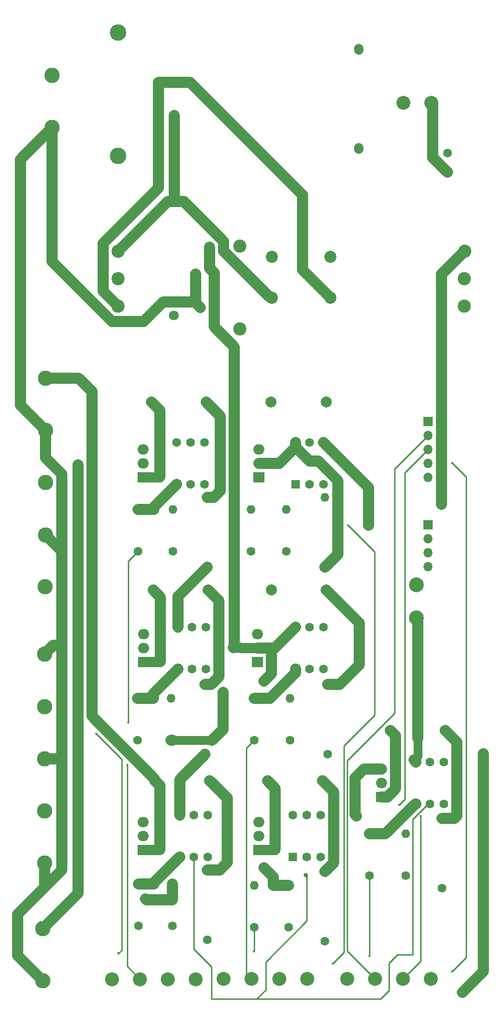
<source format=gbr>
%TF.GenerationSoftware,KiCad,Pcbnew,9.0.1*%
%TF.CreationDate,2025-08-26T09:45:24+03:00*%
%TF.ProjectId,smart meter,736d6172-7420-46d6-9574-65722e6b6963,rev?*%
%TF.SameCoordinates,Original*%
%TF.FileFunction,Copper,L1,Top*%
%TF.FilePolarity,Positive*%
%FSLAX46Y46*%
G04 Gerber Fmt 4.6, Leading zero omitted, Abs format (unit mm)*
G04 Created by KiCad (PCBNEW 9.0.1) date 2025-08-26 09:45:24*
%MOMM*%
%LPD*%
G01*
G04 APERTURE LIST*
G04 Aperture macros list*
%AMRoundRect*
0 Rectangle with rounded corners*
0 $1 Rounding radius*
0 $2 $3 $4 $5 $6 $7 $8 $9 X,Y pos of 4 corners*
0 Add a 4 corners polygon primitive as box body*
4,1,4,$2,$3,$4,$5,$6,$7,$8,$9,$2,$3,0*
0 Add four circle primitives for the rounded corners*
1,1,$1+$1,$2,$3*
1,1,$1+$1,$4,$5*
1,1,$1+$1,$6,$7*
1,1,$1+$1,$8,$9*
0 Add four rect primitives between the rounded corners*
20,1,$1+$1,$2,$3,$4,$5,0*
20,1,$1+$1,$4,$5,$6,$7,0*
20,1,$1+$1,$6,$7,$8,$9,0*
20,1,$1+$1,$8,$9,$2,$3,0*%
G04 Aperture macros list end*
%TA.AperFunction,ComponentPad*%
%ADD10C,1.600000*%
%TD*%
%TA.AperFunction,ComponentPad*%
%ADD11O,1.600000X1.600000*%
%TD*%
%TA.AperFunction,ComponentPad*%
%ADD12C,1.800000*%
%TD*%
%TA.AperFunction,ComponentPad*%
%ADD13C,2.000000*%
%TD*%
%TA.AperFunction,ComponentPad*%
%ADD14R,1.700000X2.000000*%
%TD*%
%TA.AperFunction,ComponentPad*%
%ADD15O,1.700000X2.000000*%
%TD*%
%TA.AperFunction,ComponentPad*%
%ADD16RoundRect,0.250000X0.550000X-0.550000X0.550000X0.550000X-0.550000X0.550000X-0.550000X-0.550000X0*%
%TD*%
%TA.AperFunction,ComponentPad*%
%ADD17C,2.400000*%
%TD*%
%TA.AperFunction,ComponentPad*%
%ADD18C,2.800000*%
%TD*%
%TA.AperFunction,ComponentPad*%
%ADD19R,2.000000X1.905000*%
%TD*%
%TA.AperFunction,ComponentPad*%
%ADD20O,2.000000X1.905000*%
%TD*%
%TA.AperFunction,ComponentPad*%
%ADD21C,3.000000*%
%TD*%
%TA.AperFunction,ComponentPad*%
%ADD22C,2.540000*%
%TD*%
%TA.AperFunction,ComponentPad*%
%ADD23C,2.200000*%
%TD*%
%TA.AperFunction,ComponentPad*%
%ADD24R,1.700000X1.700000*%
%TD*%
%TA.AperFunction,ComponentPad*%
%ADD25C,2.700000*%
%TD*%
%TA.AperFunction,ComponentPad*%
%ADD26O,1.700000X1.700000*%
%TD*%
%TA.AperFunction,ViaPad*%
%ADD27C,1.270000*%
%TD*%
%TA.AperFunction,ViaPad*%
%ADD28C,0.800000*%
%TD*%
%TA.AperFunction,ViaPad*%
%ADD29C,0.381000*%
%TD*%
%TA.AperFunction,ViaPad*%
%ADD30C,0.508000*%
%TD*%
%TA.AperFunction,Conductor*%
%ADD31C,2.032000*%
%TD*%
%TA.AperFunction,Conductor*%
%ADD32C,0.254000*%
%TD*%
%TA.AperFunction,Conductor*%
%ADD33C,1.904800*%
%TD*%
%TA.AperFunction,Conductor*%
%ADD34C,1.599800*%
%TD*%
G04 APERTURE END LIST*
D10*
%TO.P,R21,1*%
%TO.N,/Meter_out*%
X209804000Y-157226000D03*
D11*
%TO.P,R21,2*%
%TO.N,Net-(C9-Pad1)*%
X209804000Y-144526000D03*
%TD*%
D10*
%TO.P,R18,1*%
%TO.N,/L*%
X210312000Y-191262000D03*
D11*
%TO.P,R18,2*%
%TO.N,Net-(C8-Pad1)*%
X210312000Y-178562000D03*
%TD*%
D10*
%TO.P,R15,1*%
%TO.N,/Meter_out*%
X231140000Y-215646000D03*
D11*
%TO.P,R15,2*%
%TO.N,Net-(C7-Pad1)*%
X231140000Y-202946000D03*
%TD*%
D10*
%TO.P,R12,1*%
%TO.N,/Meter_out*%
X209804000Y-225298000D03*
D11*
%TO.P,R12,2*%
%TO.N,Net-(C6-Pad1)*%
X209804000Y-212598000D03*
%TD*%
D10*
%TO.P,R9,1*%
%TO.N,/Meter_out*%
X188356900Y-157226000D03*
D11*
%TO.P,R9,2*%
%TO.N,Net-(C5-Pad1)*%
X188356900Y-144526000D03*
%TD*%
D10*
%TO.P,R6,1*%
%TO.N,/Meter_out*%
X187960000Y-191262000D03*
D11*
%TO.P,R6,2*%
%TO.N,Net-(C4-Pad1)*%
X187960000Y-178562000D03*
%TD*%
D10*
%TO.P,R3,1*%
%TO.N,/Meter_out*%
X188369600Y-225044000D03*
D11*
%TO.P,R3,2*%
%TO.N,Net-(C3-Pad1)*%
X188369600Y-212344000D03*
%TD*%
D12*
%TO.P,RV1,1*%
%TO.N,Net-(C1-Pad1)*%
X182245000Y-111379000D03*
%TO.P,RV1,2*%
%TO.N,/N*%
X186245000Y-103879000D03*
%TD*%
D13*
%TO.P,C8,1*%
%TO.N,Net-(C8-Pad1)*%
X210049800Y-161376600D03*
%TO.P,C8,2*%
%TO.N,/L(M.N)*%
X200049800Y-161376600D03*
%TD*%
D14*
%TO.P,PS1,1,AC/L*%
%TO.N,Net-(PS1-AC{slash}L)*%
X182322700Y-68970300D03*
D15*
%TO.P,PS1,2,AC/N*%
%TO.N,Net-(PS1-AC{slash}N)*%
X182322700Y-74970300D03*
%TO.P,PS1,3,-Vout*%
%TO.N,/GND*%
X215922700Y-62970300D03*
%TO.P,PS1,4,+Vout*%
%TO.N,/12V*%
X215922700Y-80970300D03*
%TD*%
D16*
%TO.P,U7,1*%
%TO.N,Net-(R16-Pad2)*%
X204444000Y-175727600D03*
D10*
%TO.P,U7,2*%
%TO.N,/GND*%
X206984000Y-175727600D03*
%TO.P,U7,3,NC*%
%TO.N,unconnected-(U7-NC-Pad3)*%
X209524000Y-175727600D03*
%TO.P,U7,4*%
%TO.N,Net-(R17-Pad1)*%
X209524000Y-168107600D03*
%TO.P,U7,5,NC*%
%TO.N,unconnected-(U7-NC-Pad5)*%
X206984000Y-168107600D03*
%TO.P,U7,6*%
%TO.N,/L*%
X204444000Y-168107600D03*
%TD*%
D13*
%TO.P,C6,1*%
%TO.N,Net-(C6-Pad1)*%
X209308100Y-196022200D03*
%TO.P,C6,2*%
%TO.N,/L4*%
X199308100Y-196022200D03*
%TD*%
D10*
%TO.P,R4,1*%
%TO.N,/O2*%
X175685900Y-188722000D03*
D11*
%TO.P,R4,2*%
%TO.N,Net-(R4-Pad2)*%
X175685900Y-181102000D03*
%TD*%
D10*
%TO.P,R16,1*%
%TO.N,/O6*%
X196900200Y-188722000D03*
D11*
%TO.P,R16,2*%
%TO.N,Net-(R16-Pad2)*%
X196900200Y-181102000D03*
%TD*%
D17*
%TO.P,C1,1*%
%TO.N,Net-(C1-Pad1)*%
X194310000Y-98799000D03*
%TO.P,C1,2*%
%TO.N,/N*%
X194310000Y-113799000D03*
%TD*%
D18*
%TO.P,J4,1,Pin_1*%
%TO.N,/Lpv*%
X158394400Y-222961200D03*
%TO.P,J4,2,Pin_2*%
%TO.N,/N*%
X158394400Y-232481200D03*
%TD*%
D10*
%TO.P,R10,1*%
%TO.N,/O4*%
X196926200Y-222758000D03*
D11*
%TO.P,R10,2*%
%TO.N,Net-(R10-Pad2)*%
X196926200Y-215138000D03*
%TD*%
D19*
%TO.P,Q2,1,A1*%
%TO.N,/L2*%
X176754900Y-174462600D03*
D20*
%TO.P,Q2,2,A2*%
%TO.N,/Meter_out*%
X176754900Y-171922600D03*
%TO.P,Q2,3,G*%
%TO.N,Net-(Q2-G)*%
X176754900Y-169382600D03*
%TD*%
D17*
%TO.P,U9,1,N*%
%TO.N,/N*%
X235214000Y-99688000D03*
%TO.P,U9,2,E*%
%TO.N,unconnected-(U9-E-Pad2)*%
X235204000Y-104678000D03*
%TO.P,U9,3,L*%
%TO.N,Net-(C1-Pad1)*%
X235204000Y-109728000D03*
%TO.P,U9,4,N*%
%TO.N,Net-(PS1-AC{slash}N)*%
X172114000Y-99688000D03*
%TO.P,U9,5,E*%
%TO.N,unconnected-(U9-E-Pad5)*%
X172104000Y-104678000D03*
%TO.P,U9,6,L*%
%TO.N,Net-(PS1-AC{slash}L)*%
X172104000Y-109728000D03*
%TD*%
D21*
%TO.P,F1,1*%
%TO.N,/L*%
X172110400Y-59870000D03*
%TO.P,F1,2*%
%TO.N,Net-(C1-Pad1)*%
X172110400Y-82370000D03*
%TD*%
D16*
%TO.P,U6,1*%
%TO.N,Net-(R13-Pad2)*%
X226391100Y-200253000D03*
D10*
%TO.P,U6,2*%
%TO.N,/GND*%
X228931100Y-200253000D03*
%TO.P,U6,3,NC*%
%TO.N,unconnected-(U6-NC-Pad3)*%
X231471100Y-200253000D03*
%TO.P,U6,4*%
%TO.N,Net-(R14-Pad1)*%
X231471100Y-192633000D03*
%TO.P,U6,5,NC*%
%TO.N,unconnected-(U6-NC-Pad5)*%
X228931100Y-192633000D03*
%TO.P,U6,6*%
%TO.N,/Meter_out*%
X226391100Y-192633000D03*
%TD*%
D19*
%TO.P,Q5,1,A1*%
%TO.N,/L5*%
X220091900Y-198988000D03*
D20*
%TO.P,Q5,2,A2*%
%TO.N,/Meter_out*%
X220091900Y-196448000D03*
%TO.P,Q5,3,G*%
%TO.N,Net-(Q5-G)*%
X220091900Y-193908000D03*
%TD*%
D22*
%TO.P,J1,1,Pin_1*%
%TO.N,/GND*%
X213868000Y-232156000D03*
%TO.P,J1,2,Pin_2*%
%TO.N,/VCC*%
X218948000Y-232156000D03*
%TO.P,J1,3,Pin_3*%
%TO.N,/RX*%
X224028000Y-232156000D03*
%TO.P,J1,4,Pin_4*%
%TO.N,/TX*%
X229108000Y-232156000D03*
%TD*%
D16*
%TO.P,U8,1*%
%TO.N,Net-(R19-Pad2)*%
X204425900Y-142123400D03*
D10*
%TO.P,U8,2*%
%TO.N,/GND*%
X206965900Y-142123400D03*
%TO.P,U8,3,NC*%
%TO.N,unconnected-(U8-NC-Pad3)*%
X209505900Y-142123400D03*
%TO.P,U8,4*%
%TO.N,Net-(R20-Pad1)*%
X209505900Y-134503400D03*
%TO.P,U8,5,NC*%
%TO.N,unconnected-(U8-NC-Pad5)*%
X206965900Y-134503400D03*
%TO.P,U8,6*%
%TO.N,/Meter_out*%
X204425900Y-134503400D03*
%TD*%
D13*
%TO.P,C7,1*%
%TO.N,Net-(C7-Pad1)*%
X231717500Y-186923000D03*
%TO.P,C7,2*%
%TO.N,/L5*%
X221717500Y-186923000D03*
%TD*%
D10*
%TO.P,C2,1*%
%TO.N,/12V*%
X232105200Y-85344000D03*
%TO.P,C2,2*%
%TO.N,/GND*%
X232105200Y-81844000D03*
%TD*%
D16*
%TO.P,U4,1*%
%TO.N,Net-(R7-Pad2)*%
X182718100Y-142123400D03*
D10*
%TO.P,U4,2*%
%TO.N,/GND*%
X185258100Y-142123400D03*
%TO.P,U4,3,NC*%
%TO.N,unconnected-(U4-NC-Pad3)*%
X187798100Y-142123400D03*
%TO.P,U4,4*%
%TO.N,Net-(R8-Pad1)*%
X187798100Y-134503400D03*
%TO.P,U4,5,NC*%
%TO.N,unconnected-(U4-NC-Pad5)*%
X185258100Y-134503400D03*
%TO.P,U4,6*%
%TO.N,/Meter_out*%
X182718100Y-134503400D03*
%TD*%
%TO.P,R5,1*%
%TO.N,Net-(R5-Pad1)*%
X181705700Y-188722000D03*
D11*
%TO.P,R5,2*%
%TO.N,Net-(Q2-G)*%
X181705700Y-181102000D03*
%TD*%
D10*
%TO.P,R19,1*%
%TO.N,/O7*%
X196323300Y-154290000D03*
D11*
%TO.P,R19,2*%
%TO.N,Net-(R19-Pad2)*%
X196323300Y-146670000D03*
%TD*%
D18*
%TO.P,J8,1,Pin_1*%
%TO.N,/N*%
X158699200Y-173024800D03*
%TO.P,J8,2,Pin_2*%
%TO.N,/L4*%
X158699200Y-182544800D03*
%TO.P,J8,3,Pin_3*%
%TO.N,/N*%
X158713700Y-192050800D03*
%TO.P,J8,4,Pin_4*%
%TO.N,/L5*%
X158713700Y-201544800D03*
%TO.P,J8,5,Pin_5*%
%TO.N,/N*%
X158671700Y-211012800D03*
%TD*%
D22*
%TO.P,J6,1,Pin_1*%
%TO.N,/12V*%
X229157550Y-72691600D03*
%TO.P,J6,2,Pin_2*%
%TO.N,/GND*%
X224077550Y-72691600D03*
%TD*%
D10*
%TO.P,R1,1*%
%TO.N,/O1*%
X175796600Y-222504000D03*
D11*
%TO.P,R1,2*%
%TO.N,Net-(R1-Pad2)*%
X175796600Y-214884000D03*
%TD*%
D13*
%TO.P,C5,1*%
%TO.N,Net-(C5-Pad1)*%
X188200700Y-127162800D03*
%TO.P,C5,2*%
%TO.N,/L3*%
X178200700Y-127162800D03*
%TD*%
D10*
%TO.P,R7,1*%
%TO.N,/O3*%
X175758500Y-154290000D03*
D11*
%TO.P,R7,2*%
%TO.N,Net-(R7-Pad2)*%
X175758500Y-146670000D03*
%TD*%
D19*
%TO.P,Q1,1,A1*%
%TO.N,/L1*%
X176669600Y-208646000D03*
D20*
%TO.P,Q1,2,A2*%
%TO.N,/Meter_out*%
X176669600Y-206106000D03*
%TO.P,Q1,3,G*%
%TO.N,Net-(Q1-G)*%
X176669600Y-203566000D03*
%TD*%
D13*
%TO.P,C9,1*%
%TO.N,Net-(C9-Pad1)*%
X209984700Y-127162800D03*
%TO.P,C9,2*%
%TO.N,/Lpv*%
X199984700Y-127162800D03*
%TD*%
D19*
%TO.P,Q4,1,A1*%
%TO.N,/L4*%
X197700300Y-208646000D03*
D20*
%TO.P,Q4,2,A2*%
%TO.N,/Meter_out*%
X197700300Y-206106000D03*
%TO.P,Q4,3,G*%
%TO.N,Net-(Q4-G)*%
X197700300Y-203566000D03*
%TD*%
D10*
%TO.P,R8,1*%
%TO.N,Net-(R8-Pad1)*%
X182057700Y-154290000D03*
D11*
%TO.P,R8,2*%
%TO.N,Net-(Q3-G)*%
X182057700Y-146670000D03*
%TD*%
D18*
%TO.P,J5,1,Pin_1*%
%TO.N,/L*%
X160079600Y-67696000D03*
%TO.P,J5,2,Pin_2*%
%TO.N,/N*%
X160079600Y-77216000D03*
%TD*%
D19*
%TO.P,Q3,1,A1*%
%TO.N,/L3*%
X176682300Y-140858400D03*
D20*
%TO.P,Q3,2,A2*%
%TO.N,/Meter_out*%
X176682300Y-138318400D03*
%TO.P,Q3,3,G*%
%TO.N,Net-(Q3-G)*%
X176682300Y-135778400D03*
%TD*%
D13*
%TO.P,C4,1*%
%TO.N,Net-(C4-Pad1)*%
X188512900Y-161376600D03*
%TO.P,C4,2*%
%TO.N,/L2*%
X178512900Y-161376600D03*
%TD*%
D23*
%TO.P,L1,1,1*%
%TO.N,Net-(C1-Pad1)*%
X200120000Y-100704000D03*
%TO.P,L1,2,2*%
%TO.N,/N*%
X210820000Y-100704000D03*
%TO.P,L1,3,3*%
%TO.N,Net-(PS1-AC{slash}L)*%
X210820000Y-108204000D03*
%TO.P,L1,4,4*%
%TO.N,Net-(PS1-AC{slash}N)*%
X200120000Y-108204000D03*
%TD*%
D24*
%TO.P,U1,G,G*%
%TO.N,/GND*%
X228558600Y-130700800D03*
D25*
%TO.P,U1,IN,IN*%
%TO.N,/L(M.N)*%
X226443600Y-160420800D03*
D26*
%TO.P,U1,L,L*%
%TO.N,unconnected-(U1-PadL)*%
X228573600Y-157120800D03*
D24*
%TO.P,U1,N,N*%
%TO.N,/N*%
X228573600Y-149500800D03*
D26*
%TO.P,U1,NC1,NC*%
%TO.N,unconnected-(U1-NC-PadNC1)*%
X228573600Y-152040800D03*
%TO.P,U1,NC2,NC*%
%TO.N,unconnected-(U1-NC-PadNC2)*%
X228573600Y-154580800D03*
D25*
%TO.P,U1,OUT,OUT*%
%TO.N,/Meter_out*%
X226443600Y-166420800D03*
D26*
%TO.P,U1,PF,PF*%
%TO.N,unconnected-(U1-PadPF)*%
X228558600Y-140860800D03*
%TO.P,U1,RX,RX*%
%TO.N,/RX*%
X228558600Y-135780800D03*
%TO.P,U1,TX,TX*%
%TO.N,/TX*%
X228558600Y-138320800D03*
%TO.P,U1,VCC,VCC*%
%TO.N,/VCC*%
X228558600Y-133240800D03*
%TD*%
D10*
%TO.P,R20,1*%
%TO.N,Net-(R20-Pad1)*%
X202749500Y-154290000D03*
D11*
%TO.P,R20,2*%
%TO.N,Net-(Q7-G)*%
X202749500Y-146670000D03*
%TD*%
D10*
%TO.P,R11,1*%
%TO.N,Net-(R11-Pad1)*%
X203200000Y-222758000D03*
D11*
%TO.P,R11,2*%
%TO.N,Net-(Q4-G)*%
X203200000Y-215138000D03*
%TD*%
D10*
%TO.P,R13,1*%
%TO.N,/O5*%
X217932000Y-213360000D03*
D11*
%TO.P,R13,2*%
%TO.N,Net-(R13-Pad2)*%
X217932000Y-205740000D03*
%TD*%
D18*
%TO.P,J7,1,Pin_1*%
%TO.N,/L1*%
X158845500Y-122792400D03*
%TO.P,J7,2,Pin_2*%
%TO.N,/N*%
X158845500Y-132312400D03*
%TO.P,J7,3,Pin_3*%
%TO.N,/L2*%
X158860000Y-141818400D03*
%TO.P,J7,4,Pin_4*%
%TO.N,/N*%
X158860000Y-151312400D03*
%TO.P,J7,5,Pin_5*%
%TO.N,/L3*%
X158818000Y-160780400D03*
%TD*%
D10*
%TO.P,R2,1*%
%TO.N,Net-(R2-Pad1)*%
X181968800Y-222504000D03*
D11*
%TO.P,R2,2*%
%TO.N,Net-(Q1-G)*%
X181968800Y-214884000D03*
%TD*%
D19*
%TO.P,Q6,1,A1*%
%TO.N,/L(M.N)*%
X197484400Y-174462600D03*
D20*
%TO.P,Q6,2,A2*%
%TO.N,/L*%
X197484400Y-171922600D03*
%TO.P,Q6,3,G*%
%TO.N,Net-(Q6-G)*%
X197484400Y-169382600D03*
%TD*%
D22*
%TO.P,J2,1,Pin_1*%
%TO.N,/O1*%
X170996000Y-232176000D03*
%TO.P,J2,2,Pin_2*%
%TO.N,/O2*%
X176076000Y-232176000D03*
%TO.P,J2,3,Pin_3*%
%TO.N,/O3*%
X181156000Y-232176000D03*
%TO.P,J2,4,Pin_4*%
%TO.N,/O4*%
X186236000Y-232176000D03*
%TO.P,J2,5,Pin_5*%
%TO.N,/O5*%
X191316000Y-232156000D03*
%TO.P,J2,6,Pin_6*%
%TO.N,/O6*%
X196396000Y-232156000D03*
%TO.P,J2,7,Pin_7*%
%TO.N,/O7*%
X201476000Y-232156000D03*
%TO.P,J2,8,Pin_8*%
%TO.N,/GND*%
X206556000Y-232156000D03*
%TD*%
D16*
%TO.P,U5,1*%
%TO.N,Net-(R10-Pad2)*%
X203948700Y-209911000D03*
D10*
%TO.P,U5,2*%
%TO.N,/GND*%
X206488700Y-209911000D03*
%TO.P,U5,3,NC*%
%TO.N,unconnected-(U5-NC-Pad3)*%
X209028700Y-209911000D03*
%TO.P,U5,4*%
%TO.N,Net-(R11-Pad1)*%
X209028700Y-202291000D03*
%TO.P,U5,5,NC*%
%TO.N,unconnected-(U5-NC-Pad5)*%
X206488700Y-202291000D03*
%TO.P,U5,6*%
%TO.N,/Meter_out*%
X203948700Y-202291000D03*
%TD*%
D19*
%TO.P,Q7,1,A1*%
%TO.N,/Lpv*%
X197745700Y-140858400D03*
D20*
%TO.P,Q7,2,A2*%
%TO.N,/Meter_out*%
X197745700Y-138318400D03*
%TO.P,Q7,3,G*%
%TO.N,Net-(Q7-G)*%
X197745700Y-135778400D03*
%TD*%
D16*
%TO.P,U2,1*%
%TO.N,Net-(R1-Pad2)*%
X183315000Y-209911000D03*
D10*
%TO.P,U2,2*%
%TO.N,/GND*%
X185855000Y-209911000D03*
%TO.P,U2,3,NC*%
%TO.N,unconnected-(U2-NC-Pad3)*%
X188395000Y-209911000D03*
%TO.P,U2,4*%
%TO.N,Net-(R2-Pad1)*%
X188395000Y-202291000D03*
%TO.P,U2,5,NC*%
%TO.N,unconnected-(U2-NC-Pad5)*%
X185855000Y-202291000D03*
%TO.P,U2,6*%
%TO.N,/Meter_out*%
X183315000Y-202291000D03*
%TD*%
D13*
%TO.P,C3,1*%
%TO.N,Net-(C3-Pad1)*%
X188797600Y-196022200D03*
%TO.P,C3,2*%
%TO.N,/L1*%
X178797600Y-196022200D03*
%TD*%
D10*
%TO.P,R14,1*%
%TO.N,Net-(R14-Pad1)*%
X224536000Y-213360000D03*
D11*
%TO.P,R14,2*%
%TO.N,Net-(Q5-G)*%
X224536000Y-205740000D03*
%TD*%
D16*
%TO.P,U3,1*%
%TO.N,Net-(R4-Pad2)*%
X183030300Y-175727600D03*
D10*
%TO.P,U3,2*%
%TO.N,/GND*%
X185570300Y-175727600D03*
%TO.P,U3,3,NC*%
%TO.N,unconnected-(U3-NC-Pad3)*%
X188110300Y-175727600D03*
%TO.P,U3,4*%
%TO.N,Net-(R5-Pad1)*%
X188110300Y-168107600D03*
%TO.P,U3,5,NC*%
%TO.N,unconnected-(U3-NC-Pad5)*%
X185570300Y-168107600D03*
%TO.P,U3,6*%
%TO.N,/Meter_out*%
X183030300Y-168107600D03*
%TD*%
%TO.P,R17,1*%
%TO.N,Net-(R17-Pad1)*%
X203453400Y-188722000D03*
D11*
%TO.P,R17,2*%
%TO.N,Net-(Q6-G)*%
X203453400Y-181102000D03*
%TD*%
D27*
%TO.N,/Lpv*%
X164788400Y-138577100D03*
D28*
%TO.N,/N*%
X187044600Y-109906200D03*
X231032500Y-145787700D03*
%TO.N,/GND*%
X206298800Y-213207600D03*
%TO.N,/L*%
X198686600Y-177892200D03*
X188786200Y-98955000D03*
%TO.N,/L5*%
X234837900Y-234547200D03*
X238643300Y-191111700D03*
D29*
%TO.N,/O2*%
X173762900Y-193188800D03*
%TO.N,/O3*%
X173951500Y-185446200D03*
D30*
X172161200Y-227482400D03*
D29*
X168088400Y-187489700D03*
%TO.N,/O7*%
X214004400Y-149564700D03*
X211175600Y-229362000D03*
%TO.N,/O5*%
X217863800Y-227990400D03*
%TO.N,/O4*%
X196783900Y-227126600D03*
%TO.N,/TX*%
X232935200Y-230770200D03*
X232967500Y-138233700D03*
%TO.N,/RX*%
X223321100Y-200453700D03*
X227247900Y-202463600D03*
D28*
%TO.N,Net-(Q4-G)*%
X198681000Y-211879700D03*
%TO.N,Net-(Q5-G)*%
X215481000Y-202442700D03*
%TO.N,Net-(Q1-G)*%
X177096800Y-217550700D03*
%TO.N,Net-(R5-Pad1)*%
X191231500Y-179936500D03*
%TO.N,Net-(R20-Pad1)*%
X217713600Y-149564700D03*
%TD*%
D31*
%TO.N,Net-(C5-Pad1)*%
X190754000Y-143260270D02*
X190754000Y-129716100D01*
X190754000Y-129716100D02*
X188200700Y-127162800D01*
X189488270Y-144526000D02*
X190754000Y-143260270D01*
X188356900Y-144526000D02*
X189488270Y-144526000D01*
%TO.N,/L*%
X189586300Y-113443200D02*
X189586300Y-103625900D01*
X189586300Y-103625900D02*
X188786200Y-102825800D01*
X188786200Y-102825800D02*
X188786200Y-98955000D01*
X193243200Y-117100100D02*
X189586300Y-113443200D01*
X193243200Y-171688600D02*
X193243200Y-117100100D01*
X193072500Y-171859300D02*
X193243200Y-171688600D01*
%TO.N,Net-(C5-Pad1)*%
X190126100Y-129088200D02*
X188200700Y-127162800D01*
%TO.N,Net-(C8-Pad1)*%
X216052400Y-167379200D02*
X210049800Y-161376600D01*
X216052400Y-175006000D02*
X216052400Y-167379200D01*
X212496400Y-178562000D02*
X216052400Y-175006000D01*
X210312000Y-178562000D02*
X212496400Y-178562000D01*
%TO.N,Net-(C4-Pad1)*%
X190440900Y-163304600D02*
X188512900Y-161376600D01*
X190440900Y-177132700D02*
X190440900Y-163304600D01*
X189011600Y-178562000D02*
X190440900Y-177132700D01*
X187960000Y-178562000D02*
X189011600Y-178562000D01*
%TO.N,Net-(C3-Pad1)*%
X191973200Y-199197800D02*
X188797600Y-196022200D01*
X191973200Y-210988400D02*
X191973200Y-199197800D01*
X190617600Y-212344000D02*
X191973200Y-210988400D01*
X188369600Y-212344000D02*
X190617600Y-212344000D01*
%TO.N,Net-(C6-Pad1)*%
X211366700Y-211035300D02*
X211366700Y-198080800D01*
X209804000Y-212598000D02*
X211366700Y-211035300D01*
X211366700Y-198080800D02*
X209308100Y-196022200D01*
%TO.N,Net-(C7-Pad1)*%
X233833600Y-189039100D02*
X231717500Y-186923000D01*
X233388000Y-202946000D02*
X233833600Y-202500400D01*
X231140000Y-202946000D02*
X233388000Y-202946000D01*
X233833600Y-202500400D02*
X233833600Y-189039100D01*
%TO.N,Net-(Q5-G)*%
X215273800Y-202235500D02*
X215481000Y-202442700D01*
X215273800Y-195545800D02*
X215273800Y-202235500D01*
X216911600Y-193908000D02*
X215273800Y-195545800D01*
X220091900Y-193908000D02*
X216911600Y-193908000D01*
D32*
%TO.N,/O7*%
X218795600Y-154355900D02*
X214004400Y-149564700D01*
X218795600Y-184129300D02*
X218795600Y-154355900D01*
X213241100Y-189683800D02*
X218795600Y-184129300D01*
X213241100Y-227296500D02*
X213241100Y-189683800D01*
X211175600Y-229362000D02*
X213241100Y-227296500D01*
D31*
%TO.N,/Lpv*%
X164788400Y-216567200D02*
X164788400Y-138577100D01*
X158394400Y-222961200D02*
X164788400Y-216567200D01*
%TO.N,/N*%
X161787900Y-192050800D02*
X161814700Y-192024000D01*
X161814700Y-154267100D02*
X161814700Y-156312400D01*
X161814700Y-156312400D02*
X161814700Y-171450000D01*
X160079600Y-77216000D02*
X154279600Y-83016000D01*
X160274000Y-171450000D02*
X161814700Y-171450000D01*
X186245000Y-108946500D02*
X186245000Y-109106600D01*
X158860000Y-151312400D02*
X161814700Y-154267100D01*
X158845500Y-132312400D02*
X158845500Y-137312400D01*
X161814700Y-192024000D02*
X161814700Y-196360000D01*
X160079600Y-101559500D02*
X170973800Y-112453700D01*
X153771600Y-227858400D02*
X153771600Y-220368400D01*
X176769900Y-112453700D02*
X180277100Y-108946500D01*
X156539200Y-217600800D02*
X158818000Y-215322000D01*
X154279600Y-127746500D02*
X158845500Y-132312400D01*
X186245000Y-103879000D02*
X186245000Y-108946500D01*
X158713700Y-192050800D02*
X161787900Y-192050800D01*
X158671700Y-211012800D02*
X158671700Y-215468300D01*
X170973800Y-112453700D02*
X176769900Y-112453700D01*
X161814700Y-171450000D02*
X161814700Y-177334000D01*
X161814700Y-196360000D02*
X161814700Y-212325300D01*
X161814700Y-177334000D02*
X161814700Y-192024000D01*
X158699200Y-173024800D02*
X160274000Y-171450000D01*
X161814700Y-140281600D02*
X161814700Y-156312400D01*
X161814700Y-212325300D02*
X158818000Y-215322000D01*
X158845500Y-137312400D02*
X161814700Y-140281600D01*
X158671700Y-215468300D02*
X156539200Y-217600800D01*
X231032500Y-145787700D02*
X231032500Y-103869500D01*
X160079600Y-77216000D02*
X160079600Y-101559500D01*
X180277100Y-108946500D02*
X186245000Y-108946500D01*
X186245000Y-109106600D02*
X187044600Y-109906200D01*
X153771600Y-220368400D02*
X156539200Y-217600800D01*
X154279600Y-83016000D02*
X154279600Y-127746500D01*
X158394400Y-232481200D02*
X153771600Y-227858400D01*
X231032500Y-103869500D02*
X235214000Y-99688000D01*
D32*
%TO.N,/GND*%
X189077600Y-235762800D02*
X189077600Y-229892200D01*
X225768800Y-227743323D02*
X223005077Y-227743323D01*
X185855000Y-226669600D02*
X185855000Y-209911000D01*
X197358000Y-235762800D02*
X197205600Y-235762800D01*
X189077600Y-229892200D02*
X185855000Y-226669600D01*
X228931100Y-200253000D02*
X228577020Y-200253000D01*
X221488000Y-229260400D02*
X221488000Y-234238800D01*
X198983600Y-234137200D02*
X197358000Y-235762800D01*
X206298800Y-213207600D02*
X206488700Y-213397500D01*
X198983600Y-229057200D02*
X198983600Y-234137200D01*
X228577020Y-200253000D02*
X225768800Y-203061220D01*
X221488000Y-234238800D02*
X219964000Y-235762800D01*
X206488700Y-213397500D02*
X206488700Y-221552100D01*
X219964000Y-235762800D02*
X197205600Y-235762800D01*
X223005077Y-227743323D02*
X221488000Y-229260400D01*
X197205600Y-235762800D02*
X189077600Y-235762800D01*
X206488700Y-221552100D02*
X198983600Y-229057200D01*
X225768800Y-203061220D02*
X225768800Y-227743323D01*
D31*
%TO.N,/12V*%
X232105200Y-85344000D02*
X229411600Y-82650400D01*
X229411600Y-72945650D02*
X229157550Y-72691600D01*
X229411600Y-82650400D02*
X229411600Y-72945650D01*
D33*
%TO.N,/L*%
X194452700Y-171859300D02*
X194516000Y-171922600D01*
D31*
X197484400Y-171922600D02*
X200010100Y-171922600D01*
X200010100Y-176568700D02*
X198686600Y-177892200D01*
D33*
X197484400Y-171922600D02*
X194516000Y-171922600D01*
D31*
X200010100Y-171922600D02*
X200010100Y-176568700D01*
X200629000Y-171922600D02*
X204444000Y-168107600D01*
X200010100Y-171922600D02*
X200629000Y-171922600D01*
D33*
X193072500Y-171859300D02*
X194452700Y-171859300D01*
D31*
%TO.N,/L5*%
X221168400Y-198988000D02*
X220091900Y-198988000D01*
X222657900Y-187863400D02*
X222657900Y-197498500D01*
X221717500Y-186923000D02*
X222657900Y-187863400D01*
X238643300Y-230741800D02*
X238643300Y-191111700D01*
X234837900Y-234547200D02*
X238643300Y-230741800D01*
X222657900Y-197498500D02*
X221168400Y-198988000D01*
D33*
%TO.N,/L2*%
X179786600Y-174399300D02*
X179723300Y-174462600D01*
D31*
X179786600Y-162650300D02*
X179786600Y-174399300D01*
X178512900Y-161376600D02*
X179786600Y-162650300D01*
D33*
X176754900Y-174462600D02*
X179723300Y-174462600D01*
%TO.N,/L4*%
X200732000Y-208582700D02*
X200668700Y-208646000D01*
D31*
X199308100Y-196022200D02*
X200732000Y-197446100D01*
X200732000Y-197446100D02*
X200732000Y-208582700D01*
D33*
X197700300Y-208646000D02*
X200668700Y-208646000D01*
%TO.N,/L3*%
X176682300Y-140858400D02*
X179650700Y-140858400D01*
X179650700Y-140820700D02*
X179650700Y-140858400D01*
X179676300Y-140795100D02*
X179650700Y-140820700D01*
D31*
X178200700Y-127162800D02*
X179676300Y-128638400D01*
X179676300Y-128638400D02*
X179676300Y-140795100D01*
%TO.N,/L1*%
X167330100Y-125216900D02*
X164905600Y-122792400D01*
X178797600Y-196022200D02*
X179701300Y-196925900D01*
D33*
X179701300Y-208582700D02*
X179638000Y-208646000D01*
D31*
X179701300Y-196925900D02*
X179701300Y-208582700D01*
X178797600Y-196022200D02*
X178797600Y-195771900D01*
X167330100Y-184304400D02*
X167330100Y-125216900D01*
X178797600Y-195771900D02*
X167330100Y-184304400D01*
D33*
X176669600Y-208646000D02*
X179638000Y-208646000D01*
D31*
X164905600Y-122792400D02*
X158845500Y-122792400D01*
D32*
%TO.N,/O2*%
X173762900Y-229862900D02*
X176076000Y-232176000D01*
X173762900Y-193188800D02*
X173762900Y-229862900D01*
%TO.N,/O3*%
X172161200Y-227482400D02*
X172724800Y-226918800D01*
X172724800Y-192126100D02*
X168088400Y-187489700D01*
X175758500Y-154290000D02*
X173951500Y-156097000D01*
X172724800Y-226918800D02*
X172724800Y-192126100D01*
X173951500Y-156097000D02*
X173951500Y-185446200D01*
%TO.N,/O5*%
X217863800Y-213428200D02*
X217932000Y-213360000D01*
X217863800Y-227990400D02*
X217863800Y-213428200D01*
%TO.N,/O4*%
X196926200Y-226984300D02*
X196926200Y-222758000D01*
X196783900Y-227126600D02*
X196926200Y-226984300D01*
%TO.N,/O6*%
X195484000Y-231244000D02*
X196396000Y-232156000D01*
X196900200Y-188722000D02*
X195484000Y-190138200D01*
X195484000Y-190138200D02*
X195484000Y-231244000D01*
%TO.N,/TX*%
X235494100Y-140760300D02*
X232967500Y-138233700D01*
X232935200Y-230770200D02*
X235494100Y-228211300D01*
X235494100Y-228211300D02*
X235494100Y-140760300D01*
%TO.N,/VCC*%
X218948000Y-232156000D02*
X213825000Y-227033000D01*
X222481500Y-183764500D02*
X222481500Y-139317900D01*
X213825000Y-227033000D02*
X213825000Y-192421000D01*
X222481500Y-139317900D02*
X228558600Y-133240800D01*
X213825000Y-192421000D02*
X222481500Y-183764500D01*
%TO.N,/RX*%
X223321100Y-200453700D02*
X224338400Y-199436400D01*
X227247900Y-228936100D02*
X227247900Y-202463600D01*
X224028000Y-232156000D02*
X227247900Y-228936100D01*
X224338400Y-140001000D02*
X228558600Y-135780800D01*
X224338400Y-199436400D02*
X224338400Y-140001000D01*
D31*
%TO.N,/Meter_out*%
X226391100Y-192633000D02*
X226017700Y-192259600D01*
X183030300Y-162552600D02*
X188356900Y-157226000D01*
D34*
X226717500Y-191559800D02*
X226017700Y-192259600D01*
D31*
X197745700Y-138318400D02*
X201455000Y-138318400D01*
X201455000Y-138318400D02*
X204425900Y-135347500D01*
X226717500Y-166694700D02*
X226443600Y-166420800D01*
X183315000Y-195907000D02*
X183315000Y-202291000D01*
X206957700Y-137879300D02*
X208555700Y-137879300D01*
X187960000Y-191262000D02*
X183315000Y-195907000D01*
X212133200Y-141456800D02*
X212133200Y-154896800D01*
X204425900Y-135347500D02*
X206957700Y-137879300D01*
X226717500Y-188353300D02*
X226717500Y-166694700D01*
X204425900Y-134503400D02*
X204425900Y-135347500D01*
X208555700Y-137879300D02*
X212133200Y-141456800D01*
X183030300Y-168107600D02*
X183030300Y-162552600D01*
X212133200Y-154896800D02*
X209804000Y-157226000D01*
D34*
X226717500Y-188353300D02*
X226717500Y-191559800D01*
D31*
%TO.N,Net-(Q4-G)*%
X200368000Y-213566700D02*
X200368000Y-215138000D01*
X203200000Y-215138000D02*
X200368000Y-215138000D01*
X198681000Y-211879700D02*
X200368000Y-213566700D01*
%TO.N,Net-(R13-Pad2)*%
X217932000Y-205740000D02*
X220764000Y-205740000D01*
X220764000Y-205740000D02*
X226251000Y-200253000D01*
X226251000Y-200253000D02*
X226391100Y-200253000D01*
%TO.N,Net-(R1-Pad2)*%
X178628600Y-214597400D02*
X178628600Y-214884000D01*
X175796600Y-214884000D02*
X178628600Y-214884000D01*
X183315000Y-209911000D02*
X178628600Y-214597400D01*
%TO.N,Net-(Q1-G)*%
X181968800Y-217716000D02*
X177262100Y-217716000D01*
X177262100Y-217716000D02*
X177096800Y-217550700D01*
X181968800Y-214884000D02*
X181968800Y-217716000D01*
%TO.N,Net-(R16-Pad2)*%
X196900200Y-181102000D02*
X199732200Y-181102000D01*
X204444000Y-176390200D02*
X204444000Y-175727600D01*
X199732200Y-181102000D02*
X204444000Y-176390200D01*
%TO.N,Net-(R4-Pad2)*%
X175685900Y-181102000D02*
X178517900Y-181102000D01*
X178517900Y-180240000D02*
X178517900Y-181102000D01*
X183030300Y-175727600D02*
X178517900Y-180240000D01*
%TO.N,Net-(R5-Pad1)*%
X191231500Y-186720300D02*
X191231500Y-179936500D01*
D34*
X189230000Y-188721800D02*
X181959700Y-188721800D01*
D31*
X181705700Y-188722000D02*
X181705900Y-188721800D01*
X181705900Y-188721800D02*
X181959700Y-188721800D01*
X189230000Y-188721800D02*
X191231500Y-186720300D01*
%TO.N,Net-(R20-Pad1)*%
X217713600Y-142711100D02*
X217713600Y-149564700D01*
X209505900Y-134503400D02*
X217713600Y-142711100D01*
%TO.N,Net-(R7-Pad2)*%
X178590500Y-146251000D02*
X182718100Y-142123400D01*
X178590500Y-146670000D02*
X178590500Y-146251000D01*
X175758500Y-146670000D02*
X178590500Y-146670000D01*
%TO.N,Net-(PS1-AC{slash}N)*%
X200120000Y-108204000D02*
X199848200Y-108204000D01*
X191327900Y-97902200D02*
X184104200Y-90678500D01*
X182322700Y-90678500D02*
X181123500Y-90678500D01*
X182322700Y-74970300D02*
X182322700Y-90678500D01*
X191327900Y-99683700D02*
X191327900Y-97902200D01*
X184104200Y-90678500D02*
X182322700Y-90678500D01*
X199848200Y-108204000D02*
X191327900Y-99683700D01*
X181123500Y-90678500D02*
X172114000Y-99688000D01*
%TO.N,Net-(PS1-AC{slash}L)*%
X169340800Y-98297200D02*
X179440700Y-88197300D01*
X179440700Y-88197300D02*
X179440700Y-68970300D01*
X205681500Y-89447100D02*
X185204700Y-68970300D01*
X182322700Y-68970300D02*
X185204700Y-68970300D01*
X169340800Y-106964800D02*
X169340800Y-98297200D01*
X205681500Y-103065500D02*
X205681500Y-89447100D01*
X182322700Y-68970300D02*
X179440700Y-68970300D01*
X210820000Y-108204000D02*
X205681500Y-103065500D01*
X172104000Y-109728000D02*
X169340800Y-106964800D01*
%TD*%
M02*

</source>
